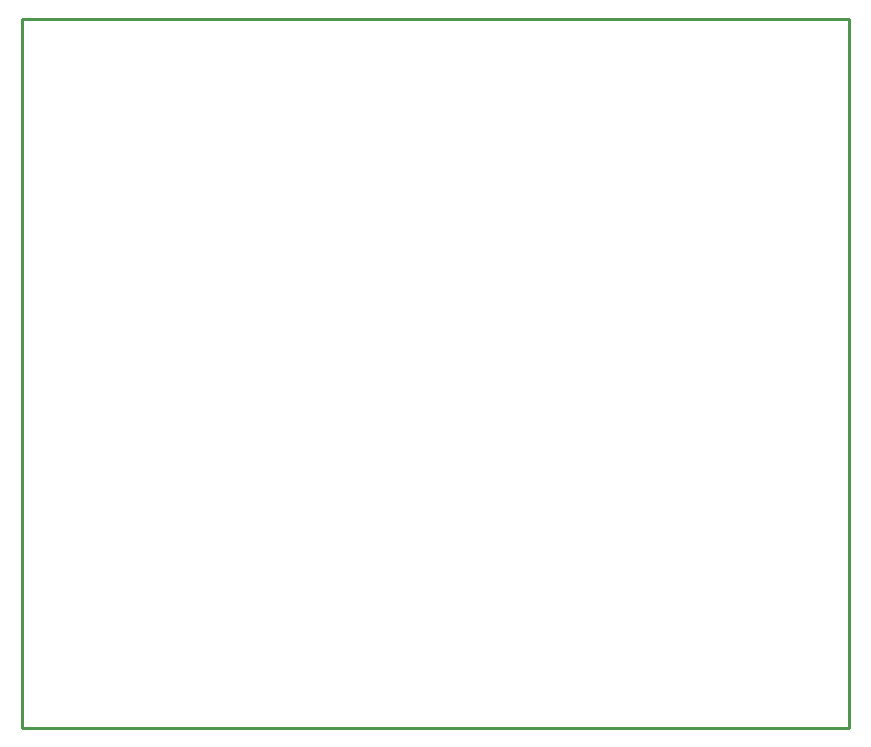
<source format=gko>
G04 Layer_Color=16711935*
%FSLAX23Y23*%
%MOIN*%
G70*
G01*
G75*
%ADD10C,0.010*%
D10*
X1969Y1969D02*
Y4331D01*
Y1969D02*
X4724D01*
Y4331D01*
X1969D02*
X4724D01*
M02*

</source>
